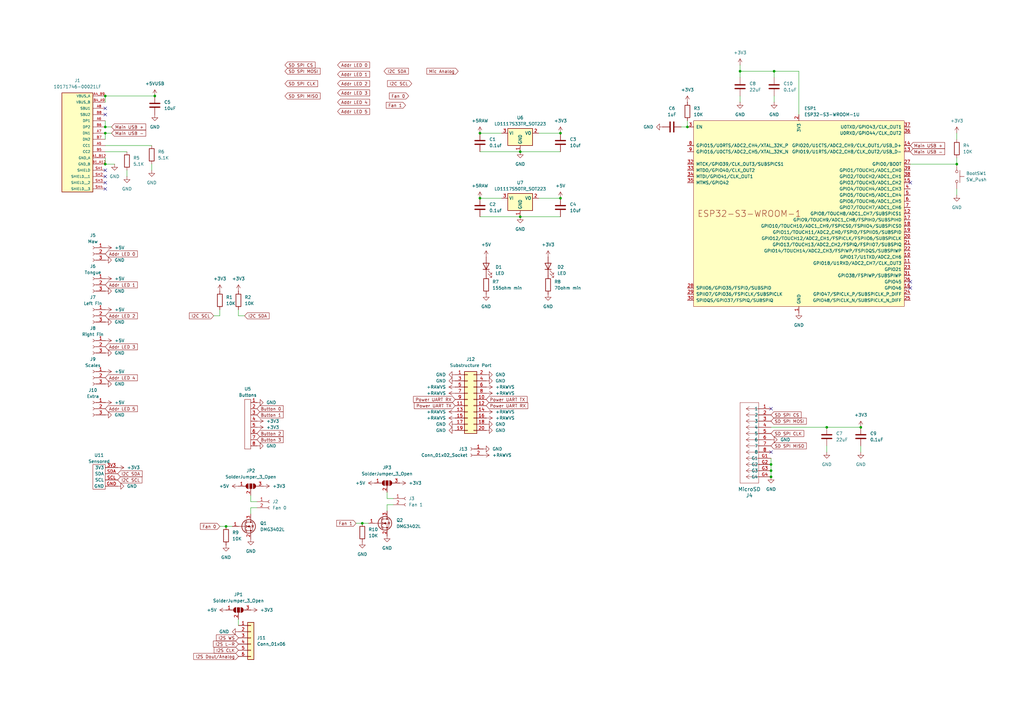
<source format=kicad_sch>
(kicad_sch (version 20250114) (generator "eeschema") (generator_version "9.0")
  (paper "A3")
  (junction (at 229.87 81.28))
  (junction (at 316.23 195.58))
  (junction (at 303.53 29.21))
  (junction (at 43.18 52.07))
  (junction (at 316.23 190.5))
  (junction (at 316.23 193.04))
  (junction (at 92.71 215.9))
  (junction (at 213.36 62.23))
  (junction (at 339.09 175.26))
  (junction (at 229.87 54.61))
  (junction (at 392.43 67.31))
  (junction (at 196.85 54.61))
  (junction (at 317.5 29.21))
  (junction (at 63.5 39.37))
  (junction (at 353.06 175.26))
  (junction (at 43.18 54.61))
  (junction (at 43.18 39.37))
  (junction (at 281.94 52.07))
  (junction (at 43.18 67.31))
  (junction (at 148.59 214.63))
  (junction (at 196.85 81.28))
  (junction (at 213.36 88.9))
  (no_connect (at 43.18 72.39))
  (no_connect (at 316.23 167.64))
  (no_connect (at 316.23 185.42))
  (no_connect (at 373.38 118.11))
  (no_connect (at 43.18 44.45))
  (no_connect (at 43.18 46.99))
  (no_connect (at 373.38 115.57))
  (no_connect (at 43.18 77.47))
  (no_connect (at 43.18 74.93))
  (no_connect (at 43.18 69.85))
  (no_connect (at 373.38 74.93))
  (wire (pts (xy 62.23 67.31) (xy 62.23 69.85)))
  (wire (pts (xy 97.79 127) (xy 97.79 129.54)))
  (wire (pts (xy 158.75 207.01) (xy 161.29 207.01)))
  (wire (pts (xy 317.5 39.37) (xy 317.5 41.91)))
  (wire (pts (xy 43.18 54.61) (xy 43.18 57.15)))
  (wire (pts (xy 52.07 69.85) (xy 52.07 72.39)))
  (wire (pts (xy 97.79 129.54) (xy 100.33 129.54)))
  (wire (pts (xy 43.18 59.69) (xy 62.23 59.69)))
  (wire (pts (xy 327.66 29.21) (xy 327.66 46.99)))
  (wire (pts (xy 220.98 54.61) (xy 229.87 54.61)))
  (wire (pts (xy 196.85 88.9) (xy 213.36 88.9)))
  (wire (pts (xy 281.94 49.53) (xy 281.94 52.07)))
  (wire (pts (xy 158.75 209.55) (xy 158.75 207.01)))
  (wire (pts (xy 220.98 81.28) (xy 229.87 81.28)))
  (wire (pts (xy 43.18 41.91) (xy 43.18 39.37)))
  (wire (pts (xy 303.53 29.21) (xy 317.5 29.21)))
  (wire (pts (xy 43.18 62.23) (xy 52.07 62.23)))
  (wire (pts (xy 316.23 190.5) (xy 316.23 193.04)))
  (wire (pts (xy 303.53 26.67) (xy 303.53 29.21)))
  (wire (pts (xy 373.38 67.31) (xy 392.43 67.31)))
  (wire (pts (xy 87.63 129.54) (xy 90.17 129.54)))
  (wire (pts (xy 339.09 182.88) (xy 339.09 185.42)))
  (wire (pts (xy 92.71 215.9) (xy 95.25 215.9)))
  (wire (pts (xy 102.87 205.74) (xy 105.41 205.74)))
  (wire (pts (xy 316.23 175.26) (xy 339.09 175.26)))
  (wire (pts (xy 102.87 210.82) (xy 102.87 208.28)))
  (wire (pts (xy 43.18 39.37) (xy 63.5 39.37)))
  (wire (pts (xy 45.72 54.61) (xy 43.18 54.61)))
  (wire (pts (xy 316.23 193.04) (xy 316.23 195.58)))
  (wire (pts (xy 90.17 215.9) (xy 92.71 215.9)))
  (wire (pts (xy 279.4 52.07) (xy 281.94 52.07)))
  (wire (pts (xy 146.05 214.63) (xy 148.59 214.63)))
  (wire (pts (xy 46.99 67.31) (xy 43.18 67.31)))
  (wire (pts (xy 317.5 29.21) (xy 317.5 31.75)))
  (wire (pts (xy 196.85 62.23) (xy 213.36 62.23)))
  (wire (pts (xy 303.53 29.21) (xy 303.53 31.75)))
  (wire (pts (xy 353.06 182.88) (xy 353.06 185.42)))
  (wire (pts (xy 43.18 67.31) (xy 43.18 64.77)))
  (wire (pts (xy 90.17 129.54) (xy 90.17 127)))
  (wire (pts (xy 392.43 54.61) (xy 392.43 57.15)))
  (wire (pts (xy 102.87 208.28) (xy 105.41 208.28)))
  (wire (pts (xy 392.43 64.77) (xy 392.43 67.31)))
  (wire (pts (xy 213.36 62.23) (xy 229.87 62.23)))
  (wire (pts (xy 102.87 203.2) (xy 102.87 205.74)))
  (wire (pts (xy 158.75 204.47) (xy 161.29 204.47)))
  (wire (pts (xy 148.59 214.63) (xy 151.13 214.63)))
  (wire (pts (xy 339.09 175.26) (xy 353.06 175.26)))
  (wire (pts (xy 196.85 81.28) (xy 205.74 81.28)))
  (wire (pts (xy 316.23 187.96) (xy 316.23 190.5)))
  (wire (pts (xy 317.5 29.21) (xy 327.66 29.21)))
  (wire (pts (xy 97.79 254) (xy 97.79 256.54)))
  (wire (pts (xy 303.53 39.37) (xy 303.53 41.91)))
  (wire (pts (xy 45.72 52.07) (xy 43.18 52.07)))
  (wire (pts (xy 158.75 201.93) (xy 158.75 204.47)))
  (wire (pts (xy 213.36 88.9) (xy 229.87 88.9)))
  (wire (pts (xy 196.85 54.61) (xy 205.74 54.61)))
  (wire (pts (xy 43.18 49.53) (xy 43.18 52.07)))
  (wire (pts (xy 392.43 80.01) (xy 392.43 77.47)))
  (global_label "Power UART RX" (shape input) (at 186.69 163.83 180) (property "Intersheetrefs" "${INTERSHEET_REFS}" (effects (hide yes))))
  (global_label "Button 1" (shape input) (at 105.41 170.18 0) (property "Intersheetrefs" "${INTERSHEET_REFS}" (effects (hide yes))))
  (global_label "I2S L-R" (shape input) (at 97.79 264.16 180) (property "Intersheetrefs" "${INTERSHEET_REFS}" (effects (hide yes))))
  (global_label "Addr LED 3" (shape input) (at 43.18 142.24 0) (property "Intersheetrefs" "${INTERSHEET_REFS}" (effects (hide yes))))
  (global_label "I2C SDA" (shape input) (at 100.33 129.54 0) (property "Intersheetrefs" "${INTERSHEET_REFS}" (effects (hide yes))))
  (global_label "SD SPI MOSI" (shape input) (at 316.23 172.72 0) (property "Intersheetrefs" "${INTERSHEET_REFS}" (effects (hide yes))))
  (global_label "Addr LED 1" (shape input) (at 138.43 30.48 0) (property "Intersheetrefs" "${INTERSHEET_REFS}" (effects (hide yes))))
  (global_label "SD SPI CLK" (shape input) (at 316.23 177.8 0) (property "Intersheetrefs" "${INTERSHEET_REFS}" (effects (hide yes))))
  (global_label "Addr LED 5" (shape input) (at 43.18 167.64 0) (property "Intersheetrefs" "${INTERSHEET_REFS}" (effects (hide yes))))
  (global_label "SD SPI MISO" (shape input) (at 316.23 182.88 0) (property "Intersheetrefs" "${INTERSHEET_REFS}" (effects (hide yes))))
  (global_label "Button 0" (shape input) (at 105.41 167.64 0) (property "Intersheetrefs" "${INTERSHEET_REFS}" (effects (hide yes))))
  (global_label "SD SPI CS" (shape input) (at 316.23 170.18 0) (property "Intersheetrefs" "${INTERSHEET_REFS}" (effects (hide yes))))
  (global_label "I2C SDA" (shape input) (at 48.26 194.31 0) (property "Intersheetrefs" "${INTERSHEET_REFS}" (effects (hide yes))))
  (global_label "Power UART TX" (shape input) (at 199.39 163.83 0) (property "Intersheetrefs" "${INTERSHEET_REFS}" (effects (hide yes))))
  (global_label "Addr LED 4" (shape input) (at 43.18 154.94 0) (property "Intersheetrefs" "${INTERSHEET_REFS}" (effects (hide yes))))
  (global_label "SD SPI MOSI" (shape input) (at 116.84 29.21 0) (property "Intersheetrefs" "${INTERSHEET_REFS}" (effects (hide yes))))
  (global_label "Button 3" (shape input) (at 105.41 180.34 0) (property "Intersheetrefs" "${INTERSHEET_REFS}" (effects (hide yes))))
  (global_label "SD SPI CS" (shape input) (at 116.84 26.67 0) (property "Intersheetrefs" "${INTERSHEET_REFS}" (effects (hide yes))))
  (global_label "I2C SCL" (shape input) (at 87.63 129.54 180) (property "Intersheetrefs" "${INTERSHEET_REFS}" (effects (hide yes))))
  (global_label "Fan 0" (shape input) (at 90.17 215.9 180) (property "Intersheetrefs" "${INTERSHEET_REFS}" (effects (hide yes))))
  (global_label "Addr LED 2" (shape input) (at 138.43 34.29 0) (property "Intersheetrefs" "${INTERSHEET_REFS}" (effects (hide yes))))
  (global_label "Main USB -" (shape input) (at 45.72 54.61 0) (property "Intersheetrefs" "${INTERSHEET_REFS}" (effects (hide yes))))
  (global_label "SD SPI MISO" (shape input) (at 116.84 39.37 0) (property "Intersheetrefs" "${INTERSHEET_REFS}" (effects (hide yes))))
  (global_label "Fan 0" (shape input) (at 167.64 39.37 180) (property "Intersheetrefs" "${INTERSHEET_REFS}" (effects (hide yes))))
  (global_label "Fan 1" (shape input) (at 146.05 214.63 180) (property "Intersheetrefs" "${INTERSHEET_REFS}" (effects (hide yes))))
  (global_label "Mic Analog" (shape input) (at 187.96 29.21 180) (property "Intersheetrefs" "${INTERSHEET_REFS}" (effects (hide yes))))
  (global_label "Addr LED 5" (shape input) (at 138.43 45.72 0) (property "Intersheetrefs" "${INTERSHEET_REFS}" (effects (hide yes))))
  (global_label "Addr LED 2" (shape input) (at 43.18 129.54 0) (property "Intersheetrefs" "${INTERSHEET_REFS}" (effects (hide yes))))
  (global_label "Main USB -" (shape input) (at 373.38 62.23 0) (property "Intersheetrefs" "${INTERSHEET_REFS}" (effects (hide yes))))
  (global_label "Addr LED 1" (shape input) (at 43.18 116.84 0) (property "Intersheetrefs" "${INTERSHEET_REFS}" (effects (hide yes))))
  (global_label "Button 2" (shape input) (at 105.41 177.8 0) (property "Intersheetrefs" "${INTERSHEET_REFS}" (effects (hide yes))))
  (global_label "I2C SCL" (shape input) (at 168.91 34.29 180) (property "Intersheetrefs" "${INTERSHEET_REFS}" (effects (hide yes))))
  (global_label "Main USB +" (shape input) (at 45.72 52.07 0) (property "Intersheetrefs" "${INTERSHEET_REFS}" (effects (hide yes))))
  (global_label "SD SPI CLK" (shape input) (at 116.84 34.29 0) (property "Intersheetrefs" "${INTERSHEET_REFS}" (effects (hide yes))))
  (global_label "I2S CLK" (shape input) (at 97.79 266.7 180) (property "Intersheetrefs" "${INTERSHEET_REFS}" (effects (hide yes))))
  (global_label "Addr LED 3" (shape input) (at 138.43 38.1 0) (property "Intersheetrefs" "${INTERSHEET_REFS}" (effects (hide yes))))
  (global_label "Power UART RX" (shape input) (at 199.39 166.37 0) (property "Intersheetrefs" "${INTERSHEET_REFS}" (effects (hide yes))))
  (global_label "I2S WS" (shape input) (at 97.79 261.62 180) (property "Intersheetrefs" "${INTERSHEET_REFS}" (effects (hide yes))))
  (global_label "Addr LED 0" (shape input) (at 43.18 104.14 0) (property "Intersheetrefs" "${INTERSHEET_REFS}" (effects (hide yes))))
  (global_label "Addr LED 0" (shape input) (at 138.43 26.67 0) (property "Intersheetrefs" "${INTERSHEET_REFS}" (effects (hide yes))))
  (global_label "Addr LED 4" (shape input) (at 138.43 41.91 0) (property "Intersheetrefs" "${INTERSHEET_REFS}" (effects (hide yes))))
  (global_label "I2C SCL" (shape input) (at 48.26 196.85 0) (property "Intersheetrefs" "${INTERSHEET_REFS}" (effects (hide yes))))
  (global_label "Power UART TX" (shape input) (at 186.69 166.37 180) (property "Intersheetrefs" "${INTERSHEET_REFS}" (effects (hide yes))))
  (global_label "Main USB +" (shape input) (at 373.38 59.69 0) (property "Intersheetrefs" "${INTERSHEET_REFS}" (effects (hide yes))))
  (global_label "I2S Dout{slash}Analog" (shape input) (at 97.79 269.24 180) (property "Intersheetrefs" "${INTERSHEET_REFS}" (effects (hide yes))))
  (global_label "Fan 1" (shape input) (at 166.37 43.18 180) (property "Intersheetrefs" "${INTERSHEET_REFS}" (effects (hide yes))))
  (global_label "I2C SDA" (shape input) (at 157.48 29.21 0) (property "Intersheetrefs" "${INTERSHEET_REFS}" (effects (hide yes))))
  (symbol (lib_id "Device:C") (at 339.09 179.07 0) (unit 1)
    (property "Reference" "C7" (at 342.9 177.7999 0) (effects (justify left)))
    (property "Value" "22uF" (at 342.9 180.3399 0) (effects (justify left)))
    (property "Footprint" "Capacitor_SMD:C_0603_1608Metric_Pad1.08x0.95mm_HandSolder" (effects (hide yes)))
    (property "Description" "Unpolarized capacitor" (effects (hide yes)))
  )
  (symbol (lib_id "power:GND") (at 327.66 128.27 0) (unit 1)
    (property "Reference" "#PWR051" (effects (hide yes)))
    (property "Value" "GND" (at 327.66 133.35 0))
    (property "Description" "Power symbol creates a global label with name \"GND\" , ground" (effects (hide yes)))
  )
  (symbol (lib_id "power:GND") (at 199.39 153.67 90) (unit 1)
    (property "Reference" "#PWR067" (effects (hide yes)))
    (property "Value" "GND" (at 203.2 153.6699 90) (effects (justify right)))
    (property "Description" "Power symbol creates a global label with name \"GND\" , ground" (effects (hide yes)))
  )
  (symbol (lib_id "power:+3V3") (at 353.06 175.26 0) (unit 1)
    (property "Reference" "#PWR048" (effects (hide yes)))
    (property "Value" "+3V3" (at 353.06 170.18 0))
    (property "Description" "Power symbol creates a global label with name \"+3V3\"" (effects (hide yes)))
  )
  (symbol (lib_id "Device:R") (at 224.79 116.84 0) (unit 1)
    (property "Reference" "R8" (at 227.33 115.5699 0) (effects (justify left)))
    (property "Value" "70ohm min" (at 227.33 118.1099 0) (effects (justify left)))
    (property "Footprint" "Resistor_SMD:R_0402_1005Metric_Pad0.72x0.64mm_HandSolder" (effects (hide yes)))
    (property "Description" "Resistor" (effects (hide yes)))
  )
  (symbol (lib_id "power:+5V") (at 97.79 199.39 90) (unit 1)
    (property "Reference" "#PWR010" (effects (hide yes)))
    (property "Value" "+5V" (at 93.98 199.3899 90) (effects (justify left)))
    (property "Description" "Power symbol creates a global label with name \"+5V\"" (effects (hide yes)))
  )
  (symbol (lib_id "power:+5V") (at 229.87 81.28 0) (unit 1)
    (property "Reference" "#PWR039" (effects (hide yes)))
    (property "Value" "+5V" (at 229.87 76.2 0))
    (property "Description" "Power symbol creates a global label with name \"+5V\"" (effects (hide yes)))
  )
  (symbol (lib_id "power:GND") (at 63.5 46.99 0) (unit 1)
    (property "Reference" "#PWR04" (effects (hide yes)))
    (property "Value" "GND" (at 63.5 52.07 0))
    (property "Description" "Power symbol creates a global label with name \"GND\" , ground" (effects (hide yes)))
  )
  (symbol (lib_id "USBC_10171746_00021LF:10171746-00021LF") (at 31.75 50.8 0) (unit 1)
    (property "Reference" "J1" (at 31.75 33.02 0))
    (property "Value" "10171746-00021LF" (at 31.75 35.56 0))
    (property "Footprint" "USBC:AMPHENOL_10171746-00021LF" (effects (hide yes)))
    (property "PARTREV" "A" (effects (hide yes)))
    (property "STANDARD" "Manufacturer Recommendations" (effects (hide yes)))
    (property "MAXIMUM_PACKAGE_HEIGHT" "3.16 mm" (effects (hide yes)))
    (property "MANUFACTURER" "Amphenol" (effects (hide yes)))
  )
  (symbol (lib_id "power:+5VP") (at 196.85 81.28 0) (unit 1)
    (property "Reference" "#PWR033" (effects (hide yes)))
    (property "Value" "+5RAW" (at 196.85 76.2 0))
    (property "Description" "Power symbol creates a global label with name \"+5VP\"" (effects (hide yes)))
  )
  (symbol (lib_id "Connector:Conn_01x03_Socket") (at 38.1 129.54 0) (mirror y) (unit 1)
    (property "Reference" "J7" (at 38.1 121.92 0))
    (property "Value" "Left Fin" (at 38.1 124.46 0))
    (property "Footprint" "Connector_JST:JST_GH_SM03B-GHS-TB_1x03-1MP_P1.25mm_Horizontal" (effects (hide yes)))
    (property "Description" "Generic connector, single row, 01x03, script generated" (effects (hide yes)))
  )
  (symbol (lib_id "power:GND") (at 316.23 180.34 90) (unit 1)
    (property "Reference" "#PWR041" (effects (hide yes)))
    (property "Value" "GND" (at 320.04 180.3399 90) (effects (justify right)))
    (property "Description" "Power symbol creates a global label with name \"GND\" , ground" (effects (hide yes)))
  )
  (symbol (lib_id "power:GND") (at 186.69 173.99 270) (unit 1)
    (property "Reference" "#PWR065" (effects (hide yes)))
    (property "Value" "GND" (at 182.88 173.9901 90) (effects (justify right)))
    (property "Description" "Power symbol creates a global label with name \"GND\" , ground" (effects (hide yes)))
  )
  (symbol (lib_id "Device:C") (at 196.85 58.42 0) (unit 1)
    (property "Reference" "C1" (at 200.66 57.1499 0) (effects (justify left)))
    (property "Value" "0.1uf" (at 200.66 59.6899 0) (effects (justify left)))
    (property "Footprint" "Capacitor_SMD:C_0603_1608Metric_Pad1.08x0.95mm_HandSolder" (effects (hide yes)))
    (property "Description" "Unpolarized capacitor" (effects (hide yes)))
  )
  (symbol (lib_id "Regulator_Linear:LD1117S50TR_SOT223") (at 213.36 81.28 0) (unit 1)
    (property "Reference" "U7" (at 213.36 74.93 0))
    (property "Value" "LD1117S50TR_SOT223" (at 213.36 77.47 0))
    (property "Footprint" "Package_TO_SOT_SMD:SOT-223-3_TabPin2" (effects (hide yes)))
    (property "Datasheet" "http://www.st.com/st-web-ui/static/active/en/resource/technical/document/datasheet/CD00000544.pdf" (effects (hide yes)))
    (property "Description" "800mA Fixed Low Drop Positive Voltage Regulator, Fixed Output 5.0V, SOT-223" (effects (hide yes)))
  )
  (symbol (lib_id "power:GND") (at 48.26 199.39 90) (unit 1)
    (property "Reference" "#PWR029" (effects (hide yes)))
    (property "Value" "GND" (at 52.07 199.3899 90) (effects (justify right)))
    (property "Description" "Power symbol creates a global label with name \"GND\" , ground" (effects (hide yes)))
  )
  (symbol (lib_id "power:GND") (at 199.39 156.21 90) (unit 1)
    (property "Reference" "#PWR068" (effects (hide yes)))
    (property "Value" "GND" (at 203.2 156.2099 90) (effects (justify right)))
    (property "Description" "Power symbol creates a global label with name \"GND\" , ground" (effects (hide yes)))
  )
  (symbol (lib_id "power:+5V") (at 63.5 39.37 0) (unit 1)
    (property "Reference" "#PWR036" (effects (hide yes)))
    (property "Value" "+5VUSB" (at 63.5 34.29 0))
    (property "Description" "Power symbol creates a global label with name \"+5V\"" (effects (hide yes)))
  )
  (symbol (lib_id "power:+5V") (at 43.18 152.4 270) (unit 1)
    (property "Reference" "#PWR026" (effects (hide yes)))
    (property "Value" "+5V" (at 46.99 152.3999 90) (effects (justify left)))
    (property "Description" "Power symbol creates a global label with name \"+5V\"" (effects (hide yes)))
  )
  (symbol (lib_id "Device:C") (at 63.5 43.18 0) (unit 1)
    (property "Reference" "C5" (at 67.31 41.9099 0) (effects (justify left)))
    (property "Value" "10uF" (at 67.31 44.4499 0) (effects (justify left)))
    (property "Footprint" "Capacitor_SMD:C_0603_1608Metric" (effects (hide yes)))
    (property "Description" "Unpolarized capacitor" (effects (hide yes)))
  )
  (symbol (lib_id "power:+5VP") (at 186.69 158.75 90) (unit 1)
    (property "Reference" "#PWR061" (effects (hide yes)))
    (property "Value" "+RAWVS" (at 182.88 158.7501 90) (effects (justify left)))
    (property "Description" "Power symbol creates a global label with name \"+5VP\"" (effects (hide yes)))
  )
  (symbol (lib_id "Switch:SW_Push") (at 392.43 72.39 270) (unit 1)
    (property "Reference" "BootSW1" (at 396.24 71.1199 90) (effects (justify left)))
    (property "Value" "SW_Push" (at 396.24 73.6599 90) (effects (justify left)))
    (property "Footprint" "Buttons:R-667843" (effects (hide yes)))
    (property "Description" "Push button switch, generic, two pins" (effects (hide yes)))
  )
  (symbol (lib_id "power:+3V3") (at 392.43 54.61 0) (unit 1)
    (property "Reference" "#PWR052" (effects (hide yes)))
    (property "Value" "+3V3" (at 392.43 49.53 0))
    (property "Description" "Power symbol creates a global label with name \"+3V3\"" (effects (hide yes)))
  )
  (symbol (lib_id "power:+5VP") (at 196.85 54.61 0) (unit 1)
    (property "Reference" "#PWR032" (effects (hide yes)))
    (property "Value" "+5RAW" (at 196.85 49.53 0))
    (property "Description" "Power symbol creates a global label with name \"+5VP\"" (effects (hide yes)))
  )
  (symbol (lib_id "Device:R") (at 281.94 45.72 0) (unit 1)
    (property "Reference" "R3" (at 284.48 44.4499 0) (effects (justify left)))
    (property "Value" "10K" (at 284.48 46.9899 0) (effects (justify left)))
    (property "Footprint" "Resistor_SMD:R_0603_1608Metric" (effects (hide yes)))
    (property "Description" "Resistor" (effects (hide yes)))
  )
  (symbol (lib_id "power:+5V") (at 199.39 105.41 0) (unit 1)
    (property "Reference" "#PWR05" (effects (hide yes)))
    (property "Value" "+5V" (at 199.39 100.33 0))
    (property "Description" "Power symbol creates a global label with name \"+5V\"" (effects (hide yes)))
  )
  (symbol (lib_id "power:GND") (at 43.18 144.78 90) (unit 1)
    (property "Reference" "#PWR025" (effects (hide yes)))
    (property "Value" "GND" (at 46.99 144.7799 90) (effects (justify right)))
    (property "Description" "Power symbol creates a global label with name \"GND\" , ground" (effects (hide yes)))
  )
  (symbol (lib_id "Connector:Conn_01x03_Socket") (at 38.1 104.14 0) (mirror y) (unit 1)
    (property "Reference" "J5" (at 38.1 96.52 0))
    (property "Value" "Maw" (at 38.1 99.06 0))
    (property "Footprint" "Connector_JST:JST_GH_SM03B-GHS-TB_1x03-1MP_P1.25mm_Horizontal" (effects (hide yes)))
    (property "Description" "Generic connector, single row, 01x03, script generated" (effects (hide yes)))
  )
  (symbol (lib_id "Device:R") (at 62.23 63.5 0) (unit 1)
    (property "Reference" "R6" (at 64.77 62.2299 0) (effects (justify left)))
    (property "Value" "5.1K" (at 64.77 64.7699 0) (effects (justify left)))
    (property "Footprint" "Resistor_SMD:R_0603_1608Metric" (effects (hide yes)))
    (property "Description" "Resistor" (effects (hide yes)))
  )
  (symbol (lib_id "power:+5V") (at 43.18 139.7 270) (unit 1)
    (property "Reference" "#PWR024" (effects (hide yes)))
    (property "Value" "+5V" (at 46.99 139.6999 90) (effects (justify left)))
    (property "Description" "Power symbol creates a global label with name \"+5V\"" (effects (hide yes)))
  )
  (symbol (lib_id "power:+5VP") (at 199.39 161.29 270) (unit 1)
    (property "Reference" "#PWR070" (effects (hide yes)))
    (property "Value" "+RAWVS" (at 203.2 161.2899 90) (effects (justify left)))
    (property "Description" "Power symbol creates a global label with name \"+5VP\"" (effects (hide yes)))
  )
  (symbol (lib_id "PCM_Espressif:ESP32-S3-WROOM-1") (at 327.66 87.63 0) (unit 1)
    (property "Reference" "ESP1" (at 329.8541 44.45 0) (effects (justify left)))
    (property "Value" "ESP32-S3-WROOM-1U" (at 329.8541 46.99 0) (effects (justify left)))
    (property "Footprint" "RF_Module:ESP32-S3-WROOM-1U" (effects (hide yes)))
    (property "Datasheet" "https://www.espressif.com/sites/default/files/documentation/esp32-s3-wroom-1_wroom-1u_datasheet_en.pdf" (effects (hide yes)))
    (property "Description" "2.4 GHz WiFi (802.11 b/g/n) and Bluetooth ® 5 (LE) module Built around ESP32S3 series of SoCs, Xtensa ® dualcore 32bit LX7 microprocessor Flash up to 16 MB, PSRAM up to 8 MB 36 GPIOs, rich set of peripherals Onboard PCB antenna" (effects (hide yes)))
  )
  (symbol (lib_id "power:+3V3") (at 102.87 250.19 270) (unit 1)
    (property "Reference" "#PWR012" (effects (hide yes)))
    (property "Value" "+3V3" (at 106.68 250.1899 90) (effects (justify left)))
    (property "Description" "Power symbol creates a global label with name \"+3V3\"" (effects (hide yes)))
  )
  (symbol (lib_id "power:GND") (at 392.43 80.01 0) (unit 1)
    (property "Reference" "#PWR053" (effects (hide yes)))
    (property "Value" "GND" (at 392.43 85.09 0))
    (property "Description" "Power symbol creates a global label with name \"GND\" , ground" (effects (hide yes)))
  )
  (symbol (lib_id "MicroSD_473092651:473092651") (at 316.23 167.64 0) (mirror y) (unit 1)
    (property "Reference" "J4" (at 307.34 203.2 0) (effects (font (size 1.524 1.524))))
    (property "Value" "MicroSD" (at 307.34 200.66 0) (effects (font (size 1.524 1.524))))
    (property "Footprint" "Micro SD:MicroSD_473092651" (effects (hide yes)))
    (property "Datasheet" "473092651" (effects (hide yes)))
  )
  (symbol (lib_id "power:GND") (at 224.79 120.65 0) (unit 1)
    (property "Reference" "#PWR045" (effects (hide yes)))
    (property "Value" "GND" (at 224.79 125.73 0))
    (property "Description" "Power symbol creates a global label with name \"GND\" , ground" (effects (hide yes)))
  )
  (symbol (lib_id "Jumper:SolderJumper_3_Open") (at 158.75 198.12 0) (unit 1) (in_bom no)
    (property "Reference" "JP3" (at 158.75 191.77 0))
    (property "Value" "SolderJumper_3_Open" (at 158.75 194.31 0))
    (property "Footprint" "Jumper:SolderJumper-3_P1.3mm_Open_RoundedPad1.0x1.5mm" (effects (hide yes)))
    (property "Description" "Solder Jumper, 3-pole, open" (effects (hide yes)))
  )
  (symbol (lib_id "Connector:Conn_01x03_Socket") (at 38.1 142.24 0) (mirror y) (unit 1)
    (property "Reference" "J8" (at 38.1 134.62 0))
    (property "Value" "Right Fin" (at 38.1 137.16 0))
    (property "Footprint" "Connector_JST:JST_GH_SM03B-GHS-TB_1x03-1MP_P1.25mm_Horizontal" (effects (hide yes)))
    (property "Description" "Generic connector, single row, 01x03, script generated" (effects (hide yes)))
  )
  (symbol (lib_id "power:GND") (at 102.87 220.98 0) (unit 1)
    (property "Reference" "#PWR09" (effects (hide yes)))
    (property "Value" "GND" (at 102.87 226.06 0))
    (property "Description" "Power symbol creates a global label with name \"GND\" , ground" (effects (hide yes)))
  )
  (symbol (lib_id "Device:LED") (at 199.39 109.22 90) (unit 1)
    (property "Reference" "D1" (at 203.2 109.5374 90) (effects (justify right)))
    (property "Value" "LED" (at 203.2 112.0774 90) (effects (justify right)))
    (property "Footprint" "Diode_SMD:D_0603_1608Metric_Pad1.05x0.95mm_HandSolder" (effects (hide yes)))
    (property "Description" "Light emitting diode" (effects (hide yes)))
  )
  (symbol (lib_id "power:GND") (at 43.18 132.08 90) (unit 1)
    (property "Reference" "#PWR023" (effects (hide yes)))
    (property "Value" "GND" (at 46.99 132.0799 90) (effects (justify right)))
    (property "Description" "Power symbol creates a global label with name \"GND\" , ground" (effects (hide yes)))
  )
  (symbol (lib_id "power:GND") (at 199.39 173.99 90) (unit 1)
    (property "Reference" "#PWR073" (effects (hide yes)))
    (property "Value" "GND" (at 203.2 173.9899 90) (effects (justify right)))
    (property "Description" "Power symbol creates a global label with name \"GND\" , ground" (effects (hide yes)))
  )
  (symbol (lib_id "power:GND") (at 62.23 69.85 0) (unit 1)
    (property "Reference" "#PWR03" (effects (hide yes)))
    (property "Value" "GND" (at 62.23 74.93 0))
    (property "Description" "Power symbol creates a global label with name \"GND\" , ground" (effects (hide yes)))
  )
  (symbol (lib_id "power:+5VP") (at 199.39 171.45 270) (unit 1)
    (property "Reference" "#PWR072" (effects (hide yes)))
    (property "Value" "+RAWVS" (at 203.2 171.4499 90) (effects (justify left)))
    (property "Description" "Power symbol creates a global label with name \"+5VP\"" (effects (hide yes)))
  )
  (symbol (lib_id "Jumper:SolderJumper_3_Open") (at 102.87 199.39 0) (unit 1) (in_bom no)
    (property "Reference" "JP2" (at 102.87 193.04 0))
    (property "Value" "SolderJumper_3_Open" (at 102.87 195.58 0))
    (property "Footprint" "Jumper:SolderJumper-3_P1.3mm_Open_RoundedPad1.0x1.5mm" (effects (hide yes)))
    (property "Description" "Solder Jumper, 3-pole, open" (effects (hide yes)))
  )
  (symbol (lib_id "Device:R") (at 97.79 123.19 0) (unit 1)
    (property "Reference" "R2" (at 100.33 121.9199 0) (effects (justify left)))
    (property "Value" "10K" (at 100.33 124.4599 0) (effects (justify left)))
    (property "Footprint" "Resistor_SMD:R_0603_1608Metric_Pad0.98x0.95mm_HandSolder" (effects (hide yes)))
    (property "Description" "Resistor" (effects (hide yes)))
  )
  (symbol (lib_id "Device:C") (at 196.85 85.09 0) (unit 1)
    (property "Reference" "C2" (at 200.66 83.8199 0) (effects (justify left)))
    (property "Value" "0.1uf" (at 200.66 86.3599 0) (effects (justify left)))
    (property "Footprint" "Capacitor_SMD:C_0603_1608Metric_Pad1.08x0.95mm_HandSolder" (effects (hide yes)))
    (property "Description" "Unpolarized capacitor" (effects (hide yes)))
  )
  (symbol (lib_id "power:+3V3") (at 105.41 172.72 270) (unit 1)
    (property "Reference" "#PWR056" (effects (hide yes)))
    (property "Value" "+3V3" (at 109.22 172.7199 90) (effects (justify left)))
    (property "Description" "Power symbol creates a global label with name \"+3V3\"" (effects (hide yes)))
  )
  (symbol (lib_id "power:+3V3") (at 163.83 198.12 270) (unit 1)
    (property "Reference" "#PWR017" (effects (hide yes)))
    (property "Value" "+3V3" (at 167.64 198.1199 90) (effects (justify left)))
    (property "Description" "Power symbol creates a global label with name \"+3V3\"" (effects (hide yes)))
  )
  (symbol (lib_id "Connector_Generic:Conn_02x10_Odd_Even") (at 191.77 163.83 0) (unit 1)
    (property "Reference" "J12" (at 193.04 147.32 0))
    (property "Value" "Substructure Port" (at 193.04 149.86 0))
    (property "Footprint" "Connector_PinHeader_1.00mm:PinHeader_2x10_P1.00mm_Vertical" (effects (hide yes)))
    (property "Description" "Generic connector, double row, 02x10, odd/even pin numbering scheme (row 1 odd numbers, row 2 even numbers), script generated (kicad-library-utils/schlib/autogen/connector/)" (effects (hide yes)))
  )
  (symbol (lib_id "Device:C") (at 303.53 35.56 0) (unit 1)
    (property "Reference" "C8" (at 307.34 34.2899 0) (effects (justify left)))
    (property "Value" "22uF" (at 307.34 36.8299 0) (effects (justify left)))
    (property "Footprint" "Capacitor_SMD:C_0603_1608Metric_Pad1.08x0.95mm_HandSolder" (effects (hide yes)))
    (property "Description" "Unpolarized capacitor" (effects (hide yes)))
  )
  (symbol (lib_id "power:GND") (at 148.59 222.25 0) (unit 1)
    (property "Reference" "#PWR010" (effects (hide yes)))
    (property "Value" "GND" (at 148.59 227.33 0))
    (property "Description" "Power symbol creates a global label with name \"GND\" , ground" (effects (hide yes)))
  )
  (symbol (lib_id "FFC:FFC-8") (at 101.6 173.99 0) (unit 1)
    (property "Reference" "U5" (at 101.6 159.512 0))
    (property "Value" "Buttons" (at 101.6 162.052 0))
    (property "Footprint" "FFC:FFC-8-0.5" (effects (hide yes)))
  )
  (symbol (lib_id "power:+3V3") (at 224.79 105.41 0) (unit 1)
    (property "Reference" "#PWR07" (effects (hide yes)))
    (property "Value" "+3V3" (at 224.79 100.33 0))
    (property "Description" "Power symbol creates a global label with name \"+3V3\"" (effects (hide yes)))
  )
  (symbol (lib_id "Device:R") (at 92.71 219.71 0) (unit 1)
    (property "Reference" "R9" (at 95.25 218.4399 0) (effects (justify left)))
    (property "Value" "10K" (at 95.25 220.9799 0) (effects (justify left)))
    (property "Footprint" "Resistor_SMD:R_0603_1608Metric_Pad0.98x0.95mm_HandSolder" (effects (hide yes)))
    (property "Description" "Resistor" (effects (hide yes)))
    (property "LCSC" "C98220" (effects (hide yes)))
  )
  (symbol (lib_id "power:+5V") (at 43.18 101.6 270) (unit 1)
    (property "Reference" "#PWR040" (effects (hide yes)))
    (property "Value" "+5V" (at 46.99 101.5999 90) (effects (justify left)))
    (property "Description" "Power symbol creates a global label with name \"+5V\"" (effects (hide yes)))
  )
  (symbol (lib_id "Jumper:SolderJumper_3_Open") (at 97.79 250.19 0) (unit 1) (in_bom no)
    (property "Reference" "JP1" (at 97.79 243.84 0))
    (property "Value" "SolderJumper_3_Open" (at 97.79 246.38 0))
    (property "Footprint" "Jumper:SolderJumper-3_P1.3mm_Open_RoundedPad1.0x1.5mm" (effects (hide yes)))
    (property "Description" "Solder Jumper, 3-pole, open" (effects (hide yes)))
  )
  (symbol (lib_id "Transistor_FET:DMG3402L") (at 100.33 215.9 0) (unit 1)
    (property "Reference" "Q1" (at 106.68 214.6299 0) (effects (justify left)))
    (property "Value" "DMG3402L" (at 106.68 217.1699 0) (effects (justify left)))
    (property "Footprint" "Package_TO_SOT_SMD:SOT-23" (effects (hide yes)))
    (property "Datasheet" "http://www.diodes.com/assets/Datasheets/DMG3402L.pdf" (effects (hide yes)))
    (property "Description" "4A Id, 30V Vds, N-Channel MOSFET, SOT-23" (effects (hide yes)))
    (property "LCSC" "C96614" (effects (hide yes)))
  )
  (symbol (lib_id "power:+5VP") (at 186.69 161.29 90) (unit 1)
    (property "Reference" "#PWR062" (effects (hide yes)))
    (property "Value" "+RAWVS" (at 182.88 161.2901 90) (effects (justify left)))
    (property "Description" "Power symbol creates a global label with name \"+5VP\"" (effects (hide yes)))
  )
  (symbol (lib_id "power:+5VP") (at 199.39 168.91 270) (unit 1)
    (property "Reference" "#PWR071" (effects (hide yes)))
    (property "Value" "+RAWVS" (at 203.2 168.9099 90) (effects (justify left)))
    (property "Description" "Power symbol creates a global label with name \"+5VP\"" (effects (hide yes)))
  )
  (symbol (lib_id "power:+5VP") (at 186.69 168.91 90) (unit 1)
    (property "Reference" "#PWR063" (effects (hide yes)))
    (property "Value" "+RAWVS" (at 182.88 168.9101 90) (effects (justify left)))
    (property "Description" "Power symbol creates a global label with name \"+5VP\"" (effects (hide yes)))
  )
  (symbol (lib_id "Device:C") (at 317.5 35.56 0) (unit 1)
    (property "Reference" "C10" (at 321.31 34.2899 0) (effects (justify left)))
    (property "Value" "0.1uF" (at 321.31 36.8299 0) (effects (justify left)))
    (property "Footprint" "Capacitor_SMD:C_0603_1608Metric_Pad1.08x0.95mm_HandSolder" (effects (hide yes)))
    (property "Description" "Unpolarized capacitor" (effects (hide yes)))
  )
  (symbol (lib_id "Device:R") (at 52.07 66.04 0) (unit 1)
    (property "Reference" "R5" (at 54.61 64.7699 0) (effects (justify left)))
    (property "Value" "5.1K" (at 54.61 67.3099 0) (effects (justify left)))
    (property "Footprint" "Resistor_SMD:R_0603_1608Metric" (effects (hide yes)))
    (property "Description" "Resistor" (effects (hide yes)))
  )
  (symbol (lib_id "Custom Modules:Sensored") (at 43.18 195.58 0) (unit 1)
    (property "Reference" "U11" (at 40.64 186.69 0))
    (property "Value" "Sensored" (at 40.64 189.23 0))
    (property "Footprint" "Custom Modules:Sensored" (effects (hide yes)))
  )
  (symbol (lib_id "power:GND") (at 43.18 157.48 90) (unit 1)
    (property "Reference" "#PWR027" (effects (hide yes)))
    (property "Value" "GND" (at 46.99 157.4799 90) (effects (justify right)))
    (property "Description" "Power symbol creates a global label with name \"GND\" , ground" (effects (hide yes)))
  )
  (symbol (lib_id "power:+3V3") (at 90.17 119.38 0) (unit 1)
    (property "Reference" "#PWR030" (effects (hide yes)))
    (property "Value" "+3V3" (at 90.17 114.3 0))
    (property "Description" "Power symbol creates a global label with name \"+3V3\"" (effects (hide yes)))
  )
  (symbol (lib_id "Device:C") (at 275.59 52.07 90) (unit 1)
    (property "Reference" "C6" (at 275.59 44.45 90))
    (property "Value" "1uF" (at 275.59 46.99 90))
    (property "Footprint" "Capacitor_SMD:C_0603_1608Metric_Pad1.08x0.95mm_HandSolder" (effects (hide yes)))
    (property "Description" "Unpolarized capacitor" (effects (hide yes)))
  )
  (symbol (lib_id "Device:R") (at 199.39 116.84 0) (unit 1)
    (property "Reference" "R7" (at 201.93 115.5699 0) (effects (justify left)))
    (property "Value" "155ohm min" (at 201.93 118.1099 0) (effects (justify left)))
    (property "Footprint" "Resistor_SMD:R_0402_1005Metric_Pad0.72x0.64mm_HandSolder" (effects (hide yes)))
    (property "Description" "Resistor" (effects (hide yes)))
  )
  (symbol (lib_id "Device:R") (at 90.17 123.19 0) (unit 1)
    (property "Reference" "R1" (at 92.71 121.9199 0) (effects (justify left)))
    (property "Value" "10K" (at 92.71 124.4599 0) (effects (justify left)))
    (property "Footprint" "Resistor_SMD:R_0603_1608Metric_Pad0.98x0.95mm_HandSolder" (effects (hide yes)))
    (property "Description" "Resistor" (effects (hide yes)))
  )
  (symbol (lib_id "power:+3V3") (at 229.87 54.61 0) (unit 1)
    (property "Reference" "#PWR038" (effects (hide yes)))
    (property "Value" "+3V3" (at 229.87 49.53 0))
    (property "Description" "Power symbol creates a global label with name \"+3V3\"" (effects (hide yes)))
  )
  (symbol (lib_id "power:+5V") (at 43.18 127 270) (unit 1)
    (property "Reference" "#PWR022" (effects (hide yes)))
    (property "Value" "+5V" (at 46.99 126.9999 90) (effects (justify left)))
    (property "Description" "Power symbol creates a global label with name \"+5V\"" (effects (hide yes)))
  )
  (symbol (lib_id "power:GND") (at 199.39 176.53 90) (unit 1)
    (property "Reference" "#PWR074" (effects (hide yes)))
    (property "Value" "GND" (at 203.2 176.5299 90) (effects (justify right)))
    (property "Description" "Power symbol creates a global label with name \"GND\" , ground" (effects (hide yes)))
  )
  (symbol (lib_id "power:+5VP") (at 186.69 171.45 90) (unit 1)
    (property "Reference" "#PWR064" (effects (hide yes)))
    (property "Value" "+RAWVS" (at 182.88 171.4501 90) (effects (justify left)))
    (property "Description" "Power symbol creates a global label with name \"+5VP\"" (effects (hide yes)))
  )
  (symbol (lib_id "power:+3V3") (at 97.79 119.38 0) (unit 1)
    (property "Reference" "#PWR031" (effects (hide yes)))
    (property "Value" "+3V3" (at 97.79 114.3 0))
    (property "Description" "Power symbol creates a global label with name \"+3V3\"" (effects (hide yes)))
  )
  (symbol (lib_id "power:GND") (at 317.5 41.91 0) (unit 1)
    (property "Reference" "#PWR050" (effects (hide yes)))
    (property "Value" "GND" (at 317.5 46.99 0))
    (property "Description" "Power symbol creates a global label with name \"GND\" , ground" (effects (hide yes)))
  )
  (symbol (lib_id "Connector:Conn_01x03_Socket") (at 38.1 167.64 0) (mirror y) (unit 1)
    (property "Reference" "J10" (at 38.1 160.02 0))
    (property "Value" "Extra" (at 38.1 162.56 0))
    (property "Footprint" "Connector_JST:JST_GH_SM03B-GHS-TB_1x03-1MP_P1.25mm_Horizontal" (effects (hide yes)))
    (property "Description" "Generic connector, single row, 01x03, script generated" (effects (hide yes)))
  )
  (symbol (lib_id "power:GND") (at 158.75 219.71 0) (unit 1)
    (property "Reference" "#PWR014" (effects (hide yes)))
    (property "Value" "GND" (at 158.75 224.79 0))
    (property "Description" "Power symbol creates a global label with name \"GND\" , ground" (effects (hide yes)))
  )
  (symbol (lib_id "Device:C") (at 229.87 58.42 0) (unit 1)
    (property "Reference" "C3" (at 233.68 57.1499 0) (effects (justify left)))
    (property "Value" "10uf" (at 233.68 59.6899 0) (effects (justify left)))
    (property "Footprint" "Capacitor_SMD:C_0603_1608Metric_Pad1.08x0.95mm_HandSolder" (effects (hide yes)))
    (property "Description" "Unpolarized capacitor" (effects (hide yes)))
  )
  (symbol (lib_id "power:GND") (at 52.07 72.39 0) (unit 1)
    (property "Reference" "#PWR02" (effects (hide yes)))
    (property "Value" "GND" (at 52.07 77.47 0))
    (property "Description" "Power symbol creates a global label with name \"GND\" , ground" (effects (hide yes)))
  )
  (symbol (lib_id "power:GND") (at 186.69 176.53 270) (unit 1)
    (property "Reference" "#PWR066" (effects (hide yes)))
    (property "Value" "GND" (at 182.88 176.5301 90) (effects (justify right)))
    (property "Description" "Power symbol creates a global label with name \"GND\" , ground" (effects (hide yes)))
  )
  (symbol (lib_id "power:GND") (at 43.18 119.38 90) (unit 1)
    (property "Reference" "#PWR021" (effects (hide yes)))
    (property "Value" "GND" (at 46.99 119.3799 90) (effects (justify right)))
    (property "Description" "Power symbol creates a global label with name \"GND\" , ground" (effects (hide yes)))
  )
  (symbol (lib_id "power:GND") (at 213.36 62.23 0) (unit 1)
    (property "Reference" "#PWR034" (effects (hide yes)))
    (property "Value" "GND" (at 213.36 67.31 0))
    (property "Description" "Power symbol creates a global label with name \"GND\" , ground" (effects (hide yes)))
  )
  (symbol (lib_id "power:GND") (at 316.23 195.58 0) (unit 1)
    (property "Reference" "#PWR042" (effects (hide yes)))
    (property "Value" "GND" (at 316.23 200.66 0))
    (property "Description" "Power symbol creates a global label with name \"GND\" , ground" (effects (hide yes)))
  )
  (symbol (lib_id "power:+5V") (at 92.71 250.19 90) (unit 1)
    (property "Reference" "#PWR013" (effects (hide yes)))
    (property "Value" "+5V" (at 88.9 250.1899 90) (effects (justify left)))
    (property "Description" "Power symbol creates a global label with name \"+5V\"" (effects (hide yes)))
  )
  (symbol (lib_id "Connector:Conn_01x03_Socket") (at 38.1 154.94 0) (mirror y) (unit 1)
    (property "Reference" "J9" (at 38.1 147.32 0))
    (property "Value" "Scales" (at 38.1 149.86 0))
    (property "Footprint" "Connector_JST:JST_GH_SM03B-GHS-TB_1x03-1MP_P1.25mm_Horizontal" (effects (hide yes)))
    (property "Description" "Generic connector, single row, 01x03, script generated" (effects (hide yes)))
  )
  (symbol (lib_id "power:+3V3") (at 105.41 175.26 270) (unit 1)
    (property "Reference" "#PWR057" (effects (hide yes)))
    (property "Value" "+3V3" (at 109.22 175.2599 90) (effects (justify left)))
    (property "Description" "Power symbol creates a global label with name \"+3V3\"" (effects (hide yes)))
  )
  (symbol (lib_id "Connector:Conn_01x02_Socket") (at 166.37 204.47 0) (unit 1)
    (property "Reference" "J3" (at 167.64 204.4699 0) (effects (justify left)))
    (property "Value" "Fan 1" (at 167.64 207.0099 0) (effects (justify left)))
    (property "Footprint" "Connector_JST:JST_GH_SM02B-GHS-TB_1x02-1MP_P1.25mm_Horizontal" (effects (hide yes)))
    (property "Description" "Generic connector, single row, 01x02, script generated" (effects (hide yes)))
  )
  (symbol (lib_id "power:GND") (at 353.06 185.42 0) (unit 1)
    (property "Reference" "#PWR049" (effects (hide yes)))
    (property "Value" "GND" (at 353.06 190.5 0))
    (property "Description" "Power symbol creates a global label with name \"GND\" , ground" (effects (hide yes)))
  )
  (symbol (lib_id "power:+5VP") (at 199.39 158.75 270) (unit 1)
    (property "Reference" "#PWR069" (effects (hide yes)))
    (property "Value" "+RAWVS" (at 203.2 158.7499 90) (effects (justify left)))
    (property "Description" "Power symbol creates a global label with name \"+5VP\"" (effects (hide yes)))
  )
  (symbol (lib_id "Device:LED") (at 224.79 109.22 90) (unit 1)
    (property "Reference" "D2" (at 228.6 109.5374 90) (effects (justify right)))
    (property "Value" "LED" (at 228.6 112.0774 90) (effects (justify right)))
    (property "Footprint" "Diode_SMD:D_0603_1608Metric_Pad1.05x0.95mm_HandSolder" (effects (hide yes)))
    (property "Description" "Light emitting diode" (effects (hide yes)))
  )
  (symbol (lib_id "power:+5VP") (at 198.12 186.69 270) (unit 1)
    (property "Reference" "#PWR076" (effects (hide yes)))
    (property "Value" "+RAWVS" (at 201.93 186.6899 90) (effects (justify left)))
    (property "Description" "Power symbol creates a global label with name \"+5VP\"" (effects (hide yes)))
  )
  (symbol (lib_id "power:GND") (at 105.41 165.1 90) (unit 1)
    (property "Reference" "#PWR055" (effects (hide yes)))
    (property "Value" "GND" (at 109.22 165.0999 90) (effects (justify right)))
    (property "Description" "Power symbol creates a global label with name \"GND\" , ground" (effects (hide yes)))
  )
  (symbol (lib_id "power:+3V3") (at 107.95 199.39 270) (unit 1)
    (property "Reference" "#PWR015" (effects (hide yes)))
    (property "Value" "+3V3" (at 111.76 199.3899 90) (effects (justify left)))
    (property "Description" "Power symbol creates a global label with name \"+3V3\"" (effects (hide yes)))
  )
  (symbol (lib_id "power:GND") (at 43.18 106.68 90) (unit 1)
    (property "Reference" "#PWR019" (effects (hide yes)))
    (property "Value" "GND" (at 46.99 106.6799 90) (effects (justify right)))
    (property "Description" "Power symbol creates a global label with name \"GND\" , ground" (effects (hide yes)))
  )
  (symbol (lib_id "Device:C") (at 353.06 179.07 0) (unit 1)
    (property "Reference" "C9" (at 356.87 177.7999 0) (effects (justify left)))
    (property "Value" "0.1uF" (at 356.87 180.3399 0) (effects (justify left)))
    (property "Footprint" "Capacitor_SMD:C_0603_1608Metric_Pad1.08x0.95mm_HandSolder" (effects (hide yes)))
    (property "Description" "Unpolarized capacitor" (effects (hide yes)))
  )
  (symbol (lib_id "power:GND") (at 105.41 182.88 90) (unit 1)
    (property "Reference" "#PWR058" (effects (hide yes)))
    (property "Value" "GND" (at 109.22 182.8799 90) (effects (justify right)))
    (property "Description" "Power symbol creates a global label with name \"GND\" , ground" (effects (hide yes)))
  )
  (symbol (lib_id "power:GND") (at 46.99 67.31 0) (unit 1)
    (property "Reference" "#PWR01" (effects (hide yes)))
    (property "Value" "GND" (at 46.99 72.39 0))
    (property "Description" "Power symbol creates a global label with name \"GND\" , ground" (effects (hide yes)))
  )
  (symbol (lib_id "Regulator_Linear:LD1117S33TR_SOT223") (at 213.36 54.61 0) (unit 1)
    (property "Reference" "U6" (at 213.36 48.26 0))
    (property "Value" "LD1117S33TR_SOT223" (at 213.36 50.8 0))
    (property "Footprint" "Package_TO_SOT_SMD:SOT-223-3_TabPin2" (effects (hide yes)))
    (property "Datasheet" "http://www.st.com/st-web-ui/static/active/en/resource/technical/document/datasheet/CD00000544.pdf" (effects (hide yes)))
    (property "Description" "800mA Fixed Low Drop Positive Voltage Regulator, Fixed Output 3.3V, SOT-223" (effects (hide yes)))
  )
  (symbol (lib_id "Connector:Conn_01x02_Socket") (at 110.49 205.74 0) (unit 1)
    (property "Reference" "J2" (at 111.76 205.7399 0) (effects (justify left)))
    (property "Value" "Fan 0" (at 111.76 208.2799 0) (effects (justify left)))
    (property "Footprint" "Connector_JST:JST_GH_SM02B-GHS-TB_1x02-1MP_P1.25mm_Horizontal" (effects (hide yes)))
    (property "Description" "Generic connector, single row, 01x02, script generated" (effects (hide yes)))
  )
  (symbol (lib_id "power:GND") (at 339.09 185.42 0) (unit 1)
    (property "Reference" "#PWR018" (effects (hide yes)))
    (property "Value" "GND" (at 339.09 190.5 0))
    (property "Description" "Power symbol creates a global label with name \"GND\" , ground" (effects (hide yes)))
  )
  (symbol (lib_id "Connector:Conn_01x02_Socket") (at 193.04 184.15 0) (mirror y) (unit 1)
    (property "Reference" "J13" (at 191.77 184.1499 0) (effects (justify left)))
    (property "Value" "Conn_01x02_Socket" (at 191.77 186.6899 0) (effects (justify left)))
    (property "Footprint" "Connector_AMASS:AMASS_XT30PW-M_1x02_P2.50mm_Horizontal" (effects (hide yes)))
    (property "Description" "Generic connector, single row, 01x02, script generated" (effects (hide yes)))
  )
  (symbol (lib_id "power:+3V3") (at 48.26 191.77 270) (unit 1)
    (property "Reference" "#PWR028" (effects (hide yes)))
    (property "Value" "+3V3" (at 52.07 191.7699 90) (effects (justify left)))
    (property "Description" "Power symbol creates a global label with name \"+3V3\"" (effects (hide yes)))
  )
  (symbol (lib_id "power:+5V") (at 43.18 165.1 270) (unit 1)
    (property "Reference" "#PWR037" (effects (hide yes)))
    (property "Value" "+5V" (at 46.99 165.0999 90) (effects (justify left)))
    (property "Description" "Power symbol creates a global label with name \"+5V\"" (effects (hide yes)))
  )
  (symbol (lib_id "Device:C") (at 229.87 85.09 0) (unit 1)
    (property "Reference" "C4" (at 233.68 83.8199 0) (effects (justify left)))
    (property "Value" "10uf" (at 233.68 86.3599 0) (effects (justify left)))
    (property "Footprint" "Capacitor_SMD:C_0603_1608Metric_Pad1.08x0.95mm_HandSolder" (effects (hide yes)))
    (property "Description" "Unpolarized capacitor" (effects (hide yes)))
  )
  (symbol (lib_id "power:GND") (at 186.69 153.67 270) (unit 1)
    (property "Reference" "#PWR059" (effects (hide yes)))
    (property "Value" "GND" (at 182.88 153.6701 90) (effects (justify right)))
    (property "Description" "Power symbol creates a global label with name \"GND\" , ground" (effects (hide yes)))
  )
  (symbol (lib_id "power:+3V3") (at 281.94 41.91 0) (unit 1)
    (property "Reference" "#PWR044" (effects (hide yes)))
    (property "Value" "+3V3" (at 281.94 36.83 0))
    (property "Description" "Power symbol creates a global label with name \"+3V3\"" (effects (hide yes)))
  )
  (symbol (lib_id "Device:R") (at 148.59 218.44 0) (unit 1)
    (property "Reference" "R10" (at 151.13 217.1699 0) (effects (justify left)))
    (property "Value" "10K" (at 151.13 219.7099 0) (effects (justify left)))
    (property "Footprint" "Resistor_SMD:R_0603_1608Metric_Pad0.98x0.95mm_HandSolder" (effects (hide yes)))
    (property "Description" "Resistor" (effects (hide yes)))
    (property "LCSC" "C98220" (effects (hide yes)))
  )
  (symbol (lib_id "Connector:Conn_01x03_Socket") (at 38.1 116.84 0) (mirror y) (unit 1)
    (property "Reference" "J6" (at 38.1 109.22 0))
    (property "Value" "Tongue" (at 38.1 111.76 0))
    (property "Footprint" "Connector_JST:JST_GH_SM03B-GHS-TB_1x03-1MP_P1.25mm_Horizontal" (effects (hide yes)))
    (property "Description" "Generic connector, single row, 01x03, script generated" (effects (hide yes)))
  )
  (symbol (lib_id "power:GND") (at 43.18 170.18 90) (unit 1)
    (property "Reference" "#PWR054" (effects (hide yes)))
    (property "Value" "GND" (at 46.99 170.1799 90) (effects (justify right)))
    (property "Description" "Power symbol creates a global label with name \"GND\" , ground" (effects (hide yes)))
  )
  (symbol (lib_id "power:GND") (at 303.53 41.91 0) (unit 1)
    (property "Reference" "#PWR047" (effects (hide yes)))
    (property "Value" "GND" (at 303.53 46.99 0))
    (property "Description" "Power symbol creates a global label with name \"GND\" , ground" (effects (hide yes)))
  )
  (symbol (lib_id "power:GND") (at 271.78 52.07 270) (unit 1)
    (property "Reference" "#PWR043" (effects (hide yes)))
    (property "Value" "GND" (at 267.97 52.0699 90) (effects (justify right)))
    (property "Description" "Power symbol creates a global label with name \"GND\" , ground" (effects (hide yes)))
  )
  (symbol (lib_id "Device:R") (at 392.43 60.96 0) (unit 1)
    (property "Reference" "R4" (at 394.97 59.6899 0) (effects (justify left)))
    (property "Value" "10K" (at 394.97 62.2299 0) (effects (justify left)))
    (property "Footprint" "Resistor_SMD:R_0603_1608Metric" (effects (hide yes)))
    (property "Description" "Resistor" (effects (hide yes)))
  )
  (symbol (lib_id "power:+5V") (at 153.67 198.12 90) (unit 1)
    (property "Reference" "#PWR016" (effects (hide yes)))
    (property "Value" "+5V" (at 149.86 198.1199 90) (effects (justify left)))
    (property "Description" "Power symbol creates a global label with name \"+5V\"" (effects (hide yes)))
  )
  (symbol (lib_id "power:GND") (at 199.39 120.65 0) (unit 1)
    (property "Reference" "#PWR06" (effects (hide yes)))
    (property "Value" "GND" (at 199.39 125.73 0))
    (property "Description" "Power symbol creates a global label with name \"GND\" , ground" (effects (hide yes)))
  )
  (symbol (lib_id "power:+3V3") (at 303.53 26.67 0) (unit 1)
    (property "Reference" "#PWR046" (effects (hide yes)))
    (property "Value" "+3V3" (at 303.53 21.59 0))
    (property "Description" "Power symbol creates a global label with name \"+3V3\"" (effects (hide yes)))
  )
  (symbol (lib_id "power:GND") (at 186.69 156.21 270) (unit 1)
    (property "Reference" "#PWR060" (effects (hide yes)))
    (property "Value" "GND" (at 182.88 156.2101 90) (effects (justify right)))
    (property "Description" "Power symbol creates a global label with name \"GND\" , ground" (effects (hide yes)))
  )
  (symbol (lib_id "power:GND") (at 97.79 259.08 270) (unit 1)
    (property "Reference" "#PWR08" (effects (hide yes)))
    (property "Value" "GND" (at 93.98 259.0799 90) (effects (justify right)))
    (property "Description" "Power symbol creates a global label with name \"GND\" , ground" (effects (hide yes)))
  )
  (symbol (lib_id "power:GND") (at 213.36 88.9 0) (unit 1)
    (property "Reference" "#PWR035" (effects (hide yes)))
    (property "Value" "GND" (at 213.36 93.98 0))
    (property "Description" "Power symbol creates a global label with name \"GND\" , ground" (effects (hide yes)))
  )
  (symbol (lib_id "power:+5V") (at 43.18 114.3 270) (unit 1)
    (property "Reference" "#PWR020" (effects (hide yes)))
    (property "Value" "+5V" (at 46.99 114.2999 90) (effects (justify left)))
    (property "Description" "Power symbol creates a global label with name \"+5V\"" (effects (hide yes)))
  )
  (symbol (lib_id "power:GND") (at 92.71 223.52 0) (unit 1)
    (property "Reference" "#PWR011" (effects (hide yes)))
    (property "Value" "GND" (at 92.71 228.6 0))
    (property "Description" "Power symbol creates a global label with name \"GND\" , ground" (effects (hide yes)))
  )
  (symbol (lib_id "power:GND") (at 198.12 184.15 90) (unit 1)
    (property "Reference" "#PWR075" (effects (hide yes)))
    (property "Value" "GND" (at 201.93 184.1499 90) (effects (justify right)))
    (property "Description" "Power symbol creates a global label with name \"GND\" , ground" (effects (hide yes)))
  )
  (symbol (lib_id "Transistor_FET:DMG3402L") (at 156.21 214.63 0) (unit 1)
    (property "Reference" "Q2" (at 162.56 213.3599 0) (effects (justify left)))
    (property "Value" "DMG3402L" (at 162.56 215.8999 0) (effects (justify left)))
    (property "Footprint" "Package_TO_SOT_SMD:SOT-23" (effects (hide yes)))
    (property "Datasheet" "http://www.diodes.com/assets/Datasheets/DMG3402L.pdf" (effects (hide yes)))
    (property "Description" "4A Id, 30V Vds, N-Channel MOSFET, SOT-23" (effects (hide yes)))
    (property "LCSC" "C96614" (effects (hide yes)))
  )
  (symbol (lib_id "Connector_Generic:Conn_01x06") (at 102.87 261.62 0) (unit 1)
    (property "Reference" "J11" (at 105.41 261.6199 0) (effects (justify left)))
    (property "Value" "Conn_01x06" (at 105.41 264.1599 0) (effects (justify left)))
    (property "Description" "Generic connector, single row, 01x06, script generated (kicad-library-utils/schlib/autogen/connector/)" (effects (hide yes)))
  )
)
</source>
